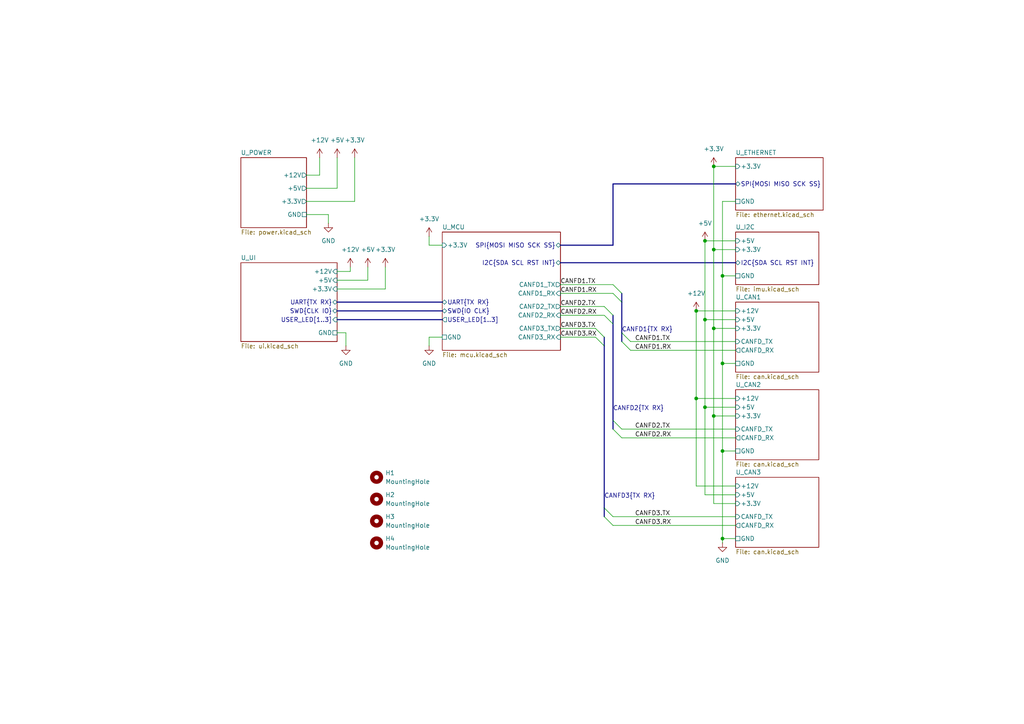
<source format=kicad_sch>
(kicad_sch (version 20250114) (generator "eeschema") (generator_version "9.0")
  (paper "A4")
  (lib_symbols
    (symbol "Mechanical:MountingHole" (pin_names (offset 1.016)) (in_bom no)
      (property "Reference" "H" (at 0 5.08 0))
      (property "Value" "MountingHole" (at 0 3.175 0))
      (symbol "MountingHole_0_1"
        (circle (center 0 0) (radius 1.27) (stroke (width 1.27)))
      )
    )
    (symbol "power:+12V" (power) (pin_numbers (hide yes)) (pin_names (offset 0) (hide yes))
      (property "Value" "+12V" (at 0 3.556 0))
      (symbol "+12V_0_1"
        (polyline (pts (xy -0.762 1.27) (xy 0 2.54)))
        (polyline (pts (xy 0 2.54) (xy 0.762 1.27)))
        (polyline (pts (xy 0 0) (xy 0 2.54)))
      )
      (symbol "+12V_1_1"
        (pin power_in line (at 0 0 90) (length 0) (name "~") (number "1"))
      )
    )
    (symbol "power:+3.3V" (power) (pin_numbers (hide yes)) (pin_names (offset 0) (hide yes))
      (property "Value" "+3.3V" (at 0 3.556 0))
      (symbol "+3.3V_0_1"
        (polyline (pts (xy -0.762 1.27) (xy 0 2.54)))
        (polyline (pts (xy 0 2.54) (xy 0.762 1.27)))
        (polyline (pts (xy 0 0) (xy 0 2.54)))
      )
      (symbol "+3.3V_1_1"
        (pin power_in line (at 0 0 90) (length 0) (name "~") (number "1"))
      )
    )
    (symbol "power:+5V" (power) (pin_numbers (hide yes)) (pin_names (offset 0) (hide yes))
      (property "Value" "+5V" (at 0 3.556 0))
      (symbol "+5V_0_1"
        (polyline (pts (xy -0.762 1.27) (xy 0 2.54)))
        (polyline (pts (xy 0 2.54) (xy 0.762 1.27)))
        (polyline (pts (xy 0 0) (xy 0 2.54)))
      )
      (symbol "+5V_1_1"
        (pin power_in line (at 0 0 90) (length 0) (name "~") (number "1"))
      )
    )
    (symbol "power:GND" (power) (pin_numbers (hide yes)) (pin_names (offset 0) (hide yes))
      (property "Value" "GND" (at 0 -3.81 0))
      (symbol "GND_0_1"
        (polyline (pts (xy 0 0) (xy 0 -1.27) (xy 1.27 -1.27) (xy 0 -2.54) (xy -1.27 -1.27) (xy 0 -1.27)))
      )
      (symbol "GND_1_1"
        (pin power_in line (at 0 0 270) (length 0) (name "~") (number "1"))
      )
    )
  )
  (junction (at 207.01 48.26))
  (junction (at 209.55 105.41))
  (junction (at 204.47 118.11))
  (junction (at 209.55 130.81))
  (junction (at 201.93 115.57))
  (junction (at 201.93 90.17))
  (junction (at 209.55 80.01))
  (junction (at 207.01 95.25))
  (junction (at 209.55 156.21))
  (junction (at 204.47 92.71))
  (junction (at 204.47 69.85))
  (junction (at 207.01 120.65))
  (junction (at 207.01 72.39))
  (bus_entry (at 175.26 149.86) (size 2.54 2.54))
  (bus_entry (at 177.8 124.46) (size 2.54 2.54))
  (bus_entry (at 172.72 97.79) (size 2.54 2.54))
  (bus_entry (at 175.26 91.44) (size 2.54 2.54))
  (bus_entry (at 177.8 121.92) (size 2.54 2.54))
  (bus_entry (at 175.26 147.32) (size 2.54 2.54))
  (bus_entry (at 177.8 82.55) (size 2.54 2.54))
  (bus_entry (at 180.34 96.52) (size 2.54 2.54))
  (bus_entry (at 180.34 99.06) (size 2.54 2.54))
  (bus_entry (at 172.72 95.25) (size 2.54 2.54))
  (bus_entry (at 177.8 85.09) (size 2.54 2.54))
  (bus_entry (at 175.26 88.9) (size 2.54 2.54))
  (wire (pts (xy 209.55 156.21) (xy 209.55 130.81)))
  (wire (pts (xy 111.76 83.82) (xy 97.79 83.82)))
  (wire (pts (xy 209.55 80.01) (xy 209.55 105.41)))
  (wire (pts (xy 213.36 72.39) (xy 207.01 72.39)))
  (wire (pts (xy 106.68 81.28) (xy 97.79 81.28)))
  (bus (pts (xy 97.79 90.17) (xy 128.27 90.17)))
  (wire (pts (xy 92.71 50.8) (xy 88.9 50.8)))
  (wire (pts (xy 102.87 45.72) (xy 102.87 58.42)))
  (wire (pts (xy 111.76 77.47) (xy 111.76 83.82)))
  (wire (pts (xy 207.01 95.25) (xy 213.36 95.25)))
  (wire (pts (xy 213.36 146.05) (xy 207.01 146.05)))
  (bus (pts (xy 177.8 121.92) (xy 177.8 124.46)))
  (wire (pts (xy 213.36 58.42) (xy 209.55 58.42)))
  (wire (pts (xy 177.8 152.4) (xy 213.36 152.4)))
  (bus (pts (xy 162.56 71.12) (xy 177.8 71.12)))
  (wire (pts (xy 124.46 100.33) (xy 124.46 97.79)))
  (wire (pts (xy 97.79 96.52) (xy 100.33 96.52)))
  (bus (pts (xy 175.26 97.79) (xy 175.26 100.33)))
  (wire (pts (xy 106.68 77.47) (xy 106.68 81.28)))
  (wire (pts (xy 204.47 118.11) (xy 213.36 118.11)))
  (wire (pts (xy 101.6 78.74) (xy 97.79 78.74)))
  (wire (pts (xy 100.33 96.52) (xy 100.33 100.33)))
  (wire (pts (xy 213.36 80.01) (xy 209.55 80.01)))
  (wire (pts (xy 201.93 140.97) (xy 201.93 115.57)))
  (wire (pts (xy 88.9 54.61) (xy 97.79 54.61)))
  (wire (pts (xy 162.56 91.44) (xy 175.26 91.44)))
  (bus (pts (xy 177.8 53.34) (xy 213.36 53.34)))
  (wire (pts (xy 213.36 90.17) (xy 201.93 90.17)))
  (wire (pts (xy 97.79 54.61) (xy 97.79 45.72)))
  (bus (pts (xy 177.8 91.44) (xy 177.8 93.98)))
  (wire (pts (xy 209.55 156.21) (xy 209.55 157.48)))
  (wire (pts (xy 213.36 69.85) (xy 204.47 69.85)))
  (wire (pts (xy 213.36 140.97) (xy 201.93 140.97)))
  (bus (pts (xy 175.26 100.33) (xy 175.26 147.32)))
  (bus (pts (xy 180.34 87.63) (xy 180.34 96.52)))
  (wire (pts (xy 213.36 130.81) (xy 209.55 130.81)))
  (bus (pts (xy 177.8 93.98) (xy 177.8 121.92)))
  (wire (pts (xy 162.56 97.79) (xy 172.72 97.79)))
  (wire (pts (xy 124.46 68.58) (xy 124.46 71.12)))
  (wire (pts (xy 204.47 92.71) (xy 204.47 118.11)))
  (wire (pts (xy 204.47 143.51) (xy 204.47 118.11)))
  (wire (pts (xy 209.55 130.81) (xy 209.55 105.41)))
  (wire (pts (xy 101.6 77.47) (xy 101.6 78.74)))
  (bus (pts (xy 175.26 147.32) (xy 175.26 149.86)))
  (wire (pts (xy 162.56 88.9) (xy 175.26 88.9)))
  (wire (pts (xy 95.25 62.23) (xy 95.25 64.77)))
  (wire (pts (xy 201.93 115.57) (xy 213.36 115.57)))
  (wire (pts (xy 213.36 143.51) (xy 204.47 143.51)))
  (wire (pts (xy 124.46 71.12) (xy 128.27 71.12)))
  (wire (pts (xy 180.34 124.46) (xy 213.36 124.46)))
  (wire (pts (xy 102.87 58.42) (xy 88.9 58.42)))
  (wire (pts (xy 162.56 95.25) (xy 172.72 95.25)))
  (wire (pts (xy 207.01 72.39) (xy 207.01 95.25)))
  (wire (pts (xy 182.88 101.6) (xy 213.36 101.6)))
  (wire (pts (xy 207.01 120.65) (xy 207.01 95.25)))
  (wire (pts (xy 177.8 149.86) (xy 213.36 149.86)))
  (wire (pts (xy 209.55 58.42) (xy 209.55 80.01)))
  (bus (pts (xy 97.79 87.63) (xy 128.27 87.63)))
  (wire (pts (xy 88.9 62.23) (xy 95.25 62.23)))
  (bus (pts (xy 97.79 92.71) (xy 128.27 92.71)))
  (wire (pts (xy 201.93 90.17) (xy 201.93 115.57)))
  (wire (pts (xy 204.47 92.71) (xy 213.36 92.71)))
  (wire (pts (xy 213.36 156.21) (xy 209.55 156.21)))
  (wire (pts (xy 92.71 45.72) (xy 92.71 50.8)))
  (wire (pts (xy 207.01 146.05) (xy 207.01 120.65)))
  (wire (pts (xy 124.46 97.79) (xy 128.27 97.79)))
  (wire (pts (xy 207.01 48.26) (xy 207.01 72.39)))
  (bus (pts (xy 177.8 71.12) (xy 177.8 53.34)))
  (wire (pts (xy 204.47 69.85) (xy 204.47 92.71)))
  (wire (pts (xy 213.36 105.41) (xy 209.55 105.41)))
  (wire (pts (xy 162.56 82.55) (xy 177.8 82.55)))
  (wire (pts (xy 207.01 48.26) (xy 213.36 48.26)))
  (wire (pts (xy 182.88 99.06) (xy 213.36 99.06)))
  (wire (pts (xy 180.34 127) (xy 213.36 127)))
  (wire (pts (xy 207.01 120.65) (xy 213.36 120.65)))
  (wire (pts (xy 162.56 85.09) (xy 177.8 85.09)))
  (bus (pts (xy 162.56 76.2) (xy 213.36 76.2)))
  (bus (pts (xy 180.34 85.09) (xy 180.34 87.63)))
  (bus (pts (xy 180.34 96.52) (xy 180.34 99.06)))
  (label "CANFD2{TX RX}" (at 177.8 119.38 0))
  (label "CANFD1.TX" (at 162.56 82.55 0))
  (label "CANFD3.RX" (at 184.15 152.4 0))
  (label "CANFD3.TX" (at 184.15 149.86 0))
  (label "CANFD2.RX" (at 162.56 91.44 0))
  (label "CANFD1{TX RX}" (at 180.34 96.52 0))
  (label "CANFD1.TX" (at 184.15 99.06 0))
  (label "CANFD2.TX" (at 162.56 88.9 0))
  (label "CANFD2.TX" (at 184.15 124.46 0))
  (label "CANFD1.RX" (at 162.56 85.09 0))
  (label "CANFD3.RX" (at 162.56 97.79 0))
  (label "CANFD2.RX" (at 184.15 127 0))
  (label "CANFD3{TX RX}" (at 175.26 144.78 0))
  (label "CANFD1.RX" (at 184.15 101.6 0))
  (label "CANFD3.TX" (at 162.56 95.25 0))
  (symbol (lib_id "Mechanical:MountingHole") (at 109.22 157.48 0) (unit 1) (in_bom no)
    (property "Reference" "H4" (at 111.76 156.2099 0) (effects (justify left)))
    (property "Value" "MountingHole" (at 111.76 158.7499 0) (effects (justify left)))
    (property "Footprint" "MountingHole:MountingHole_3.2mm_M3" (effects (hide yes)))
    (property "Description" "Mounting Hole without connection" (effects (hide yes)))
  )
  (symbol (lib_id "power:+5V") (at 204.47 69.85 0) (unit 1)
    (property "Reference" "#PWR0128" (effects (hide yes)))
    (property "Value" "+5V" (at 204.47 64.77 0))
    (property "Description" "Power symbol creates a global label with name \"+5V\"" (effects (hide yes)))
  )
  (symbol (lib_id "power:+3.3V") (at 207.01 48.26 0) (unit 1)
    (property "Reference" "#PWR0127" (effects (hide yes)))
    (property "Value" "+3.3V" (at 207.01 43.18 0))
    (property "Description" "Power symbol creates a global label with name \"+3.3V\"" (effects (hide yes)))
  )
  (symbol (lib_id "Mechanical:MountingHole") (at 109.22 151.13 0) (unit 1) (in_bom no)
    (property "Reference" "H3" (at 111.76 149.8599 0) (effects (justify left)))
    (property "Value" "MountingHole" (at 111.76 152.3999 0) (effects (justify left)))
    (property "Footprint" "MountingHole:MountingHole_3.2mm_M3" (effects (hide yes)))
    (property "Description" "Mounting Hole without connection" (effects (hide yes)))
  )
  (symbol (lib_id "power:GND") (at 209.55 157.48 0) (unit 1)
    (property "Reference" "#PWR0132" (effects (hide yes)))
    (property "Value" "GND" (at 209.55 162.56 0))
    (property "Description" "Power symbol creates a global label with name \"GND\" , ground" (effects (hide yes)))
  )
  (symbol (lib_id "power:+3.3V") (at 102.87 45.72 0) (unit 1)
    (property "Reference" "#PWR0135" (effects (hide yes)))
    (property "Value" "+3.3V" (at 102.87 40.64 0))
    (property "Description" "Power symbol creates a global label with name \"+3.3V\"" (effects (hide yes)))
  )
  (symbol (lib_id "power:GND") (at 124.46 100.33 0) (unit 1)
    (property "Reference" "#PWR0137" (effects (hide yes)))
    (property "Value" "GND" (at 124.46 105.41 0))
    (property "Description" "Power symbol creates a global label with name \"GND\" , ground" (effects (hide yes)))
  )
  (symbol (lib_id "Mechanical:MountingHole") (at 109.22 138.43 0) (unit 1) (in_bom no)
    (property "Reference" "H1" (at 111.76 137.1599 0) (effects (justify left)))
    (property "Value" "MountingHole" (at 111.76 139.6999 0) (effects (justify left)))
    (property "Footprint" "MountingHole:MountingHole_3.2mm_M3" (effects (hide yes)))
    (property "Description" "Mounting Hole without connection" (effects (hide yes)))
  )
  (symbol (lib_id "power:GND") (at 95.25 64.77 0) (unit 1)
    (property "Reference" "#PWR0136" (effects (hide yes)))
    (property "Value" "GND" (at 95.25 69.85 0))
    (property "Description" "Power symbol creates a global label with name \"GND\" , ground" (effects (hide yes)))
  )
  (symbol (lib_id "power:GND") (at 100.33 100.33 0) (unit 1)
    (property "Reference" "#PWR0147" (effects (hide yes)))
    (property "Value" "GND" (at 100.33 105.41 0))
    (property "Description" "Power symbol creates a global label with name \"GND\" , ground" (effects (hide yes)))
  )
  (symbol (lib_id "power:+12V") (at 101.6 77.47 0) (unit 1)
    (property "Reference" "#PWR0148" (effects (hide yes)))
    (property "Value" "+12V" (at 101.6 72.39 0))
    (property "Description" "Power symbol creates a global label with name \"+12V\"" (effects (hide yes)))
  )
  (symbol (lib_id "power:+3.3V") (at 124.46 68.58 0) (unit 1)
    (property "Reference" "#PWR0138" (effects (hide yes)))
    (property "Value" "+3.3V" (at 124.46 63.5 0))
    (property "Description" "Power symbol creates a global label with name \"+3.3V\"" (effects (hide yes)))
  )
  (symbol (lib_id "power:+12V") (at 201.93 90.17 0) (unit 1)
    (property "Reference" "#PWR0129" (effects (hide yes)))
    (property "Value" "+12V" (at 201.93 85.09 0))
    (property "Description" "Power symbol creates a global label with name \"+12V\"" (effects (hide yes)))
  )
  (symbol (lib_id "power:+3.3V") (at 111.76 77.47 0) (unit 1)
    (property "Reference" "#PWR0150" (effects (hide yes)))
    (property "Value" "+3.3V" (at 111.76 72.39 0))
    (property "Description" "Power symbol creates a global label with name \"+3.3V\"" (effects (hide yes)))
  )
  (symbol (lib_id "power:+12V") (at 92.71 45.72 0) (unit 1)
    (property "Reference" "#PWR0133" (effects (hide yes)))
    (property "Value" "+12V" (at 92.71 40.64 0))
    (property "Description" "Power symbol creates a global label with name \"+12V\"" (effects (hide yes)))
  )
  (symbol (lib_id "power:+5V") (at 106.68 77.47 0) (unit 1)
    (property "Reference" "#PWR0149" (effects (hide yes)))
    (property "Value" "+5V" (at 106.68 72.39 0))
    (property "Description" "Power symbol creates a global label with name \"+5V\"" (effects (hide yes)))
  )
  (symbol (lib_id "power:+5V") (at 97.79 45.72 0) (unit 1)
    (property "Reference" "#PWR0134" (effects (hide yes)))
    (property "Value" "+5V" (at 97.79 40.64 0))
    (property "Description" "Power symbol creates a global label with name \"+5V\"" (effects (hide yes)))
  )
  (symbol (lib_id "Mechanical:MountingHole") (at 109.22 144.78 0) (unit 1) (in_bom no)
    (property "Reference" "H2" (at 111.76 143.5099 0) (effects (justify left)))
    (property "Value" "MountingHole" (at 111.76 146.0499 0) (effects (justify left)))
    (property "Footprint" "MountingHole:MountingHole_3.2mm_M3" (effects (hide yes)))
    (property "Description" "Mounting Hole without connection" (effects (hide yes)))
  )
  (sheet (at 213.36 45.72) (size 25.4 15.24) (stroke (width 0.1524))
    (property "Sheetname" "U_ETHERNET" (at 213.36 45.0084 0) (effects (justify left bottom)))
    (property "Sheetfile" "ethernet.kicad_sch" (at 213.36 61.5446 0) (effects (justify left top)))
    (pin "GND" passive (at 213.36 58.42 180))
    (pin "+3.3V" input (at 213.36 48.26 180))
    (pin "SPI{MOSI MISO SCK SS}" bidirectional (at 213.36 53.34 180))
  )
  (sheet (at 213.36 113.03) (size 24.13 20.32) (stroke (width 0.1524))
    (property "Sheetname" "U_CAN2" (at 213.36 112.3184 0) (effects (justify left bottom)))
    (property "Sheetfile" "can.kicad_sch" (at 213.36 133.9346 0) (effects (justify left top)))
    (pin "+3.3V" input (at 213.36 120.65 180))
    (pin "+12V" input (at 213.36 115.57 180))
    (pin "GND" passive (at 213.36 130.81 180))
    (pin "+5V" input (at 213.36 118.11 180))
    (pin "CANFD_TX" input (at 213.36 124.46 180))
    (pin "CANFD_RX" output (at 213.36 127 180))
  )
  (sheet (at 69.85 45.72) (size 19.05 20.32) (stroke (width 0.1524))
    (property "Sheetname" "U_POWER" (at 69.85 45.0084 0) (effects (justify left bottom)))
    (property "Sheetfile" "power.kicad_sch" (at 69.85 66.6246 0) (effects (justify left top)))
    (pin "+5V" output (at 88.9 54.61 0))
    (pin "+3.3V" output (at 88.9 58.42 0))
    (pin "GND" passive (at 88.9 62.23 0))
    (pin "+12V" output (at 88.9 50.8 0))
  )
  (sheet (at 213.36 87.63) (size 24.13 20.32) (stroke (width 0.1524))
    (property "Sheetname" "U_CAN1" (at 213.36 86.9184 0) (effects (justify left bottom)))
    (property "Sheetfile" "can.kicad_sch" (at 213.36 108.5346 0) (effects (justify left top)))
    (pin "+3.3V" input (at 213.36 95.25 180))
    (pin "+12V" input (at 213.36 90.17 180))
    (pin "GND" passive (at 213.36 105.41 180))
    (pin "+5V" input (at 213.36 92.71 180))
    (pin "CANFD_TX" input (at 213.36 99.06 180))
    (pin "CANFD_RX" output (at 213.36 101.6 180))
  )
  (sheet (at 213.36 67.31) (size 24.13 15.24) (stroke (width 0.1524))
    (property "Sheetname" "U_I2C" (at 213.36 66.5984 0) (effects (justify left bottom)))
    (property "Sheetfile" "imu.kicad_sch" (at 213.36 83.1346 0) (effects (justify left top)))
    (pin "+3.3V" input (at 213.36 72.39 180))
    (pin "GND" passive (at 213.36 80.01 180))
    (pin "+5V" input (at 213.36 69.85 180))
    (pin "I2C{SDA SCL RST INT}" bidirectional (at 213.36 76.2 180))
  )
  (sheet (at 69.85 76.2) (size 27.94 22.86) (stroke (width 0.1524))
    (property "Sheetname" "U_UI" (at 69.85 75.4884 0) (effects (justify left bottom)))
    (property "Sheetfile" "ui.kicad_sch" (at 69.85 99.6446 0) (effects (justify left top)))
    (pin "SWD{CLK IO}" bidirectional (at 97.79 90.17 0))
    (pin "UART{TX RX}" bidirectional (at 97.79 87.63 0))
    (pin "USER_LED[1..3]" input (at 97.79 92.71 0))
    (pin "GND" passive (at 97.79 96.52 0))
    (pin "+12V" input (at 97.79 78.74 0))
    (pin "+5V" input (at 97.79 81.28 0))
    (pin "+3.3V" input (at 97.79 83.82 0))
  )
  (sheet (at 213.36 138.43) (size 24.13 20.32) (stroke (width 0.1524))
    (property "Sheetname" "U_CAN3" (at 213.36 137.7184 0) (effects (justify left bottom)))
    (property "Sheetfile" "can.kicad_sch" (at 213.36 159.3346 0) (effects (justify left top)))
    (pin "+3.3V" input (at 213.36 146.05 180))
    (pin "+12V" input (at 213.36 140.97 180))
    (pin "GND" passive (at 213.36 156.21 180))
    (pin "+5V" input (at 213.36 143.51 180))
    (pin "CANFD_TX" input (at 213.36 149.86 180))
    (pin "CANFD_RX" output (at 213.36 152.4 180))
  )
  (sheet (at 128.27 67.31) (size 34.29 34.29) (stroke (width 0.1524))
    (property "Sheetname" "U_MCU" (at 128.27 66.5984 0) (effects (justify left bottom)))
    (property "Sheetfile" "mcu.kicad_sch" (at 128.27 102.1846 0) (effects (justify left top)))
    (pin "GND" passive (at 128.27 97.79 180))
    (pin "CANFD2_RX" input (at 162.56 91.44 0))
    (pin "CANFD2_TX" output (at 162.56 88.9 0))
    (pin "CANFD3_TX" output (at 162.56 95.25 0))
    (pin "CANFD1_RX" input (at 162.56 85.09 0))
    (pin "CANFD1_TX" output (at 162.56 82.55 0))
    (pin "+3.3V" input (at 128.27 71.12 180))
    (pin "CANFD3_RX" input (at 162.56 97.79 0))
    (pin "SPI{MOSI MISO SCK SS}" bidirectional (at 162.56 71.12 0))
    (pin "I2C{SDA SCL RST INT}" bidirectional (at 162.56 76.2 0))
    (pin "SWD{IO CLK}" bidirectional (at 128.27 90.17 180))
    (pin "USER_LED[1..3]" output (at 128.27 92.71 180))
    (pin "UART{TX RX}" bidirectional (at 128.27 87.63 180))
  )
)
</source>
